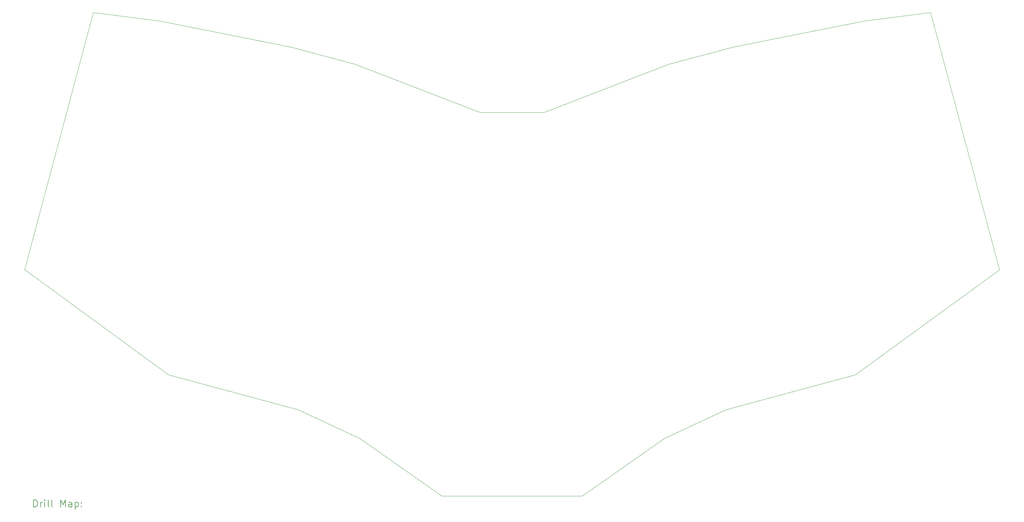
<source format=gbr>
%TF.GenerationSoftware,KiCad,Pcbnew,9.0.7*%
%TF.CreationDate,2026-02-21T19:35:25+09:00*%
%TF.ProjectId,bottom-plate,626f7474-6f6d-42d7-906c-6174652e6b69,rev?*%
%TF.SameCoordinates,Original*%
%TF.FileFunction,Drillmap*%
%TF.FilePolarity,Positive*%
%FSLAX45Y45*%
G04 Gerber Fmt 4.5, Leading zero omitted, Abs format (unit mm)*
G04 Created by KiCad (PCBNEW 9.0.7) date 2026-02-21 19:35:25*
%MOMM*%
%LPD*%
G01*
G04 APERTURE LIST*
%ADD10C,0.050000*%
%ADD11C,0.200000*%
G04 APERTURE END LIST*
D10*
X26949400Y-5836920D02*
X28823920Y-5466080D01*
X8930640Y-15590520D02*
X4810760Y-12578080D01*
X10561320Y-5836920D02*
X12435840Y-6207760D01*
X16753840Y-19060160D02*
X14396720Y-17409160D01*
X12633960Y-16586200D02*
X8930640Y-15590520D01*
X17840960Y-8082169D02*
X19674840Y-8082169D01*
X14274800Y-6700520D02*
X17840960Y-8082169D01*
X28823920Y-5466080D02*
X30734001Y-5217160D01*
X12435840Y-6207760D02*
X14274800Y-6700520D01*
X6781800Y-5217160D02*
X8691880Y-5466079D01*
X19674840Y-8082169D02*
X23241000Y-6700520D01*
X23241000Y-6700520D02*
X25079960Y-6207760D01*
X24881840Y-16586201D02*
X23119080Y-17409160D01*
X32705040Y-12583161D02*
X28580080Y-15590520D01*
X14396720Y-17409160D02*
X12633960Y-16586200D01*
X25079960Y-6207760D02*
X26949400Y-5836920D01*
X30734001Y-5217160D02*
X32705040Y-12583161D01*
X28580080Y-15590520D02*
X24881840Y-16586201D01*
X20761960Y-19060160D02*
X16753840Y-19060160D01*
X23119080Y-17409160D02*
X20761960Y-19060160D01*
X8691880Y-5466079D02*
X10561320Y-5836920D01*
X4810760Y-12578080D02*
X6781800Y-5217160D01*
D11*
X5069037Y-19374144D02*
X5069037Y-19174144D01*
X5069037Y-19174144D02*
X5116656Y-19174144D01*
X5116656Y-19174144D02*
X5145228Y-19183668D01*
X5145228Y-19183668D02*
X5164275Y-19202715D01*
X5164275Y-19202715D02*
X5173799Y-19221763D01*
X5173799Y-19221763D02*
X5183323Y-19259858D01*
X5183323Y-19259858D02*
X5183323Y-19288429D01*
X5183323Y-19288429D02*
X5173799Y-19326525D01*
X5173799Y-19326525D02*
X5164275Y-19345572D01*
X5164275Y-19345572D02*
X5145228Y-19364620D01*
X5145228Y-19364620D02*
X5116656Y-19374144D01*
X5116656Y-19374144D02*
X5069037Y-19374144D01*
X5269037Y-19374144D02*
X5269037Y-19240810D01*
X5269037Y-19278906D02*
X5278561Y-19259858D01*
X5278561Y-19259858D02*
X5288085Y-19250334D01*
X5288085Y-19250334D02*
X5307132Y-19240810D01*
X5307132Y-19240810D02*
X5326180Y-19240810D01*
X5392847Y-19374144D02*
X5392847Y-19240810D01*
X5392847Y-19174144D02*
X5383323Y-19183668D01*
X5383323Y-19183668D02*
X5392847Y-19193191D01*
X5392847Y-19193191D02*
X5402370Y-19183668D01*
X5402370Y-19183668D02*
X5392847Y-19174144D01*
X5392847Y-19174144D02*
X5392847Y-19193191D01*
X5516656Y-19374144D02*
X5497609Y-19364620D01*
X5497609Y-19364620D02*
X5488085Y-19345572D01*
X5488085Y-19345572D02*
X5488085Y-19174144D01*
X5621418Y-19374144D02*
X5602370Y-19364620D01*
X5602370Y-19364620D02*
X5592847Y-19345572D01*
X5592847Y-19345572D02*
X5592847Y-19174144D01*
X5849989Y-19374144D02*
X5849989Y-19174144D01*
X5849989Y-19174144D02*
X5916656Y-19317001D01*
X5916656Y-19317001D02*
X5983323Y-19174144D01*
X5983323Y-19174144D02*
X5983323Y-19374144D01*
X6164275Y-19374144D02*
X6164275Y-19269382D01*
X6164275Y-19269382D02*
X6154751Y-19250334D01*
X6154751Y-19250334D02*
X6135704Y-19240810D01*
X6135704Y-19240810D02*
X6097608Y-19240810D01*
X6097608Y-19240810D02*
X6078561Y-19250334D01*
X6164275Y-19364620D02*
X6145228Y-19374144D01*
X6145228Y-19374144D02*
X6097608Y-19374144D01*
X6097608Y-19374144D02*
X6078561Y-19364620D01*
X6078561Y-19364620D02*
X6069037Y-19345572D01*
X6069037Y-19345572D02*
X6069037Y-19326525D01*
X6069037Y-19326525D02*
X6078561Y-19307477D01*
X6078561Y-19307477D02*
X6097608Y-19297953D01*
X6097608Y-19297953D02*
X6145228Y-19297953D01*
X6145228Y-19297953D02*
X6164275Y-19288429D01*
X6259513Y-19240810D02*
X6259513Y-19440810D01*
X6259513Y-19250334D02*
X6278561Y-19240810D01*
X6278561Y-19240810D02*
X6316656Y-19240810D01*
X6316656Y-19240810D02*
X6335704Y-19250334D01*
X6335704Y-19250334D02*
X6345228Y-19259858D01*
X6345228Y-19259858D02*
X6354751Y-19278906D01*
X6354751Y-19278906D02*
X6354751Y-19336048D01*
X6354751Y-19336048D02*
X6345228Y-19355096D01*
X6345228Y-19355096D02*
X6335704Y-19364620D01*
X6335704Y-19364620D02*
X6316656Y-19374144D01*
X6316656Y-19374144D02*
X6278561Y-19374144D01*
X6278561Y-19374144D02*
X6259513Y-19364620D01*
X6440466Y-19355096D02*
X6449989Y-19364620D01*
X6449989Y-19364620D02*
X6440466Y-19374144D01*
X6440466Y-19374144D02*
X6430942Y-19364620D01*
X6430942Y-19364620D02*
X6440466Y-19355096D01*
X6440466Y-19355096D02*
X6440466Y-19374144D01*
X6440466Y-19250334D02*
X6449989Y-19259858D01*
X6449989Y-19259858D02*
X6440466Y-19269382D01*
X6440466Y-19269382D02*
X6430942Y-19259858D01*
X6430942Y-19259858D02*
X6440466Y-19250334D01*
X6440466Y-19250334D02*
X6440466Y-19269382D01*
M02*

</source>
